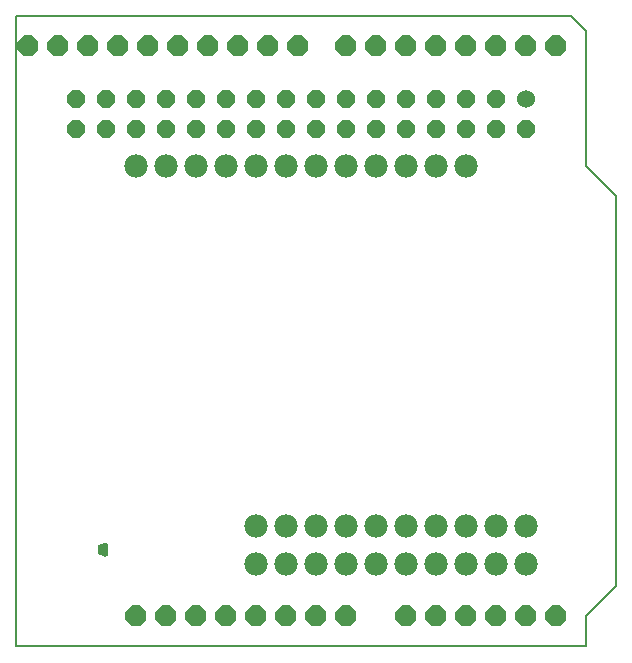
<source format=gbs>
G75*
G70*
%OFA0B0*%
%FSLAX24Y24*%
%IPPOS*%
%LPD*%
%AMOC8*
5,1,8,0,0,1.08239X$1,22.5*
%
%ADD10C,0.0060*%
%ADD11OC8,0.0700*%
%ADD12C,0.0600*%
%ADD13OC8,0.0600*%
%ADD14C,0.0780*%
%ADD15C,0.0000*%
%ADD16C,0.0001*%
D10*
X007500Y000500D02*
X026500Y000500D01*
X026500Y001500D01*
X027500Y002500D01*
X027500Y015500D01*
X026500Y016500D01*
X026500Y021000D01*
X026000Y021500D01*
X007500Y021500D01*
X007500Y000500D01*
D11*
X011500Y001500D03*
X012500Y001500D03*
X013500Y001500D03*
X014500Y001500D03*
X015500Y001500D03*
X016500Y001500D03*
X017500Y001500D03*
X018500Y001500D03*
X020500Y001500D03*
X021500Y001500D03*
X022500Y001500D03*
X023500Y001500D03*
X024500Y001500D03*
X025500Y001500D03*
X025500Y020500D03*
X024500Y020500D03*
X023500Y020500D03*
X022500Y020500D03*
X021500Y020500D03*
X020500Y020500D03*
X019500Y020500D03*
X018500Y020500D03*
X016900Y020500D03*
X015900Y020500D03*
X014900Y020500D03*
X013900Y020500D03*
X012900Y020500D03*
X011900Y020500D03*
X010900Y020500D03*
X009900Y020500D03*
X008900Y020500D03*
X007900Y020500D03*
D12*
X024500Y018750D03*
D13*
X023500Y018750D03*
X022500Y018750D03*
X021500Y018750D03*
X020500Y018750D03*
X019500Y018750D03*
X018500Y018750D03*
X017500Y018750D03*
X016500Y018750D03*
X015500Y018750D03*
X014500Y018750D03*
X013500Y018750D03*
X012500Y018750D03*
X011500Y018750D03*
X010500Y018750D03*
X009500Y018750D03*
X009500Y017750D03*
X010500Y017750D03*
X011500Y017750D03*
X012500Y017750D03*
X013500Y017750D03*
X014500Y017750D03*
X015500Y017750D03*
X016500Y017750D03*
X017500Y017750D03*
X018500Y017750D03*
X019500Y017750D03*
X020500Y017750D03*
X021500Y017750D03*
X022500Y017750D03*
X023500Y017750D03*
X024500Y017750D03*
D14*
X022500Y016500D03*
X021500Y016500D03*
X020500Y016500D03*
X019500Y016500D03*
X018500Y016500D03*
X017500Y016500D03*
X016500Y016500D03*
X015500Y016500D03*
X014500Y016500D03*
X013500Y016500D03*
X012500Y016500D03*
X011500Y016500D03*
X015500Y004500D03*
X016500Y004500D03*
X017500Y004500D03*
X018500Y004500D03*
X019500Y004500D03*
X020500Y004500D03*
X021500Y004500D03*
X022500Y004500D03*
X023500Y004500D03*
X024500Y004500D03*
X024500Y003250D03*
X023500Y003250D03*
X022500Y003250D03*
X021500Y003250D03*
X020500Y003250D03*
X019500Y003250D03*
X018500Y003250D03*
X017500Y003250D03*
X016500Y003250D03*
X015500Y003250D03*
D15*
X010523Y003555D02*
X010499Y003547D01*
X010471Y003535D01*
X010448Y003524D01*
X010420Y003535D01*
X010393Y003543D01*
X010365Y003555D01*
X010338Y003563D01*
X010306Y003575D01*
X010279Y003587D01*
X010251Y003594D01*
X010251Y003846D01*
X010251Y003878D01*
X010279Y003886D01*
X010306Y003898D01*
X010338Y003906D01*
X010365Y003917D01*
X010393Y003929D01*
X010420Y003937D01*
X010448Y003949D01*
X010471Y003937D01*
X010499Y003925D01*
X010523Y003913D01*
X010523Y003555D01*
D16*
X010522Y003555D02*
X010365Y003555D01*
X010368Y003554D02*
X010519Y003554D01*
X010516Y003553D02*
X010370Y003553D01*
X010372Y003552D02*
X010513Y003552D01*
X010510Y003551D02*
X010375Y003551D01*
X010377Y003550D02*
X010507Y003550D01*
X010504Y003549D02*
X010379Y003549D01*
X010382Y003548D02*
X010501Y003548D01*
X010498Y003547D02*
X010384Y003547D01*
X010386Y003546D02*
X010496Y003546D01*
X010494Y003545D02*
X010389Y003545D01*
X010391Y003544D02*
X010491Y003544D01*
X010489Y003543D02*
X010394Y003543D01*
X010397Y003542D02*
X010487Y003542D01*
X010484Y003541D02*
X010401Y003541D01*
X010404Y003540D02*
X010482Y003540D01*
X010480Y003539D02*
X010408Y003539D01*
X010411Y003538D02*
X010477Y003538D01*
X010475Y003537D02*
X010415Y003537D01*
X010418Y003536D02*
X010473Y003536D01*
X010471Y003535D02*
X010421Y003535D01*
X010424Y003534D02*
X010469Y003534D01*
X010467Y003533D02*
X010426Y003533D01*
X010428Y003532D02*
X010465Y003532D01*
X010463Y003531D02*
X010431Y003531D01*
X010433Y003530D02*
X010461Y003530D01*
X010459Y003529D02*
X010435Y003529D01*
X010438Y003528D02*
X010457Y003528D01*
X010455Y003527D02*
X010440Y003527D01*
X010442Y003526D02*
X010453Y003526D01*
X010451Y003525D02*
X010445Y003525D01*
X010447Y003524D02*
X010449Y003524D01*
X010523Y003556D02*
X010362Y003556D01*
X010359Y003557D02*
X010523Y003557D01*
X010523Y003558D02*
X010355Y003558D01*
X010352Y003559D02*
X010523Y003559D01*
X010523Y003560D02*
X010348Y003560D01*
X010345Y003561D02*
X010523Y003561D01*
X010523Y003562D02*
X010341Y003562D01*
X010338Y003563D02*
X010523Y003563D01*
X010523Y003564D02*
X010335Y003564D01*
X010332Y003565D02*
X010523Y003565D01*
X010523Y003566D02*
X010330Y003566D01*
X010327Y003567D02*
X010523Y003567D01*
X010523Y003568D02*
X010324Y003568D01*
X010322Y003569D02*
X010523Y003569D01*
X010523Y003570D02*
X010319Y003570D01*
X010316Y003571D02*
X010523Y003571D01*
X010523Y003572D02*
X010314Y003572D01*
X010311Y003573D02*
X010523Y003573D01*
X010523Y003574D02*
X010308Y003574D01*
X010306Y003575D02*
X010523Y003575D01*
X010523Y003576D02*
X010303Y003576D01*
X010301Y003577D02*
X010523Y003577D01*
X010523Y003578D02*
X010299Y003578D01*
X010296Y003579D02*
X010523Y003579D01*
X010523Y003580D02*
X010294Y003580D01*
X010292Y003581D02*
X010523Y003581D01*
X010523Y003582D02*
X010289Y003582D01*
X010287Y003583D02*
X010523Y003583D01*
X010523Y003584D02*
X010285Y003584D01*
X010282Y003585D02*
X010523Y003585D01*
X010523Y003586D02*
X010280Y003586D01*
X010277Y003587D02*
X010523Y003587D01*
X010523Y003588D02*
X010274Y003588D01*
X010270Y003589D02*
X010523Y003589D01*
X010523Y003590D02*
X010267Y003590D01*
X010263Y003591D02*
X010523Y003591D01*
X010523Y003592D02*
X010260Y003592D01*
X010256Y003593D02*
X010523Y003593D01*
X010523Y003594D02*
X010253Y003594D01*
X010251Y003595D02*
X010523Y003595D01*
X010523Y003596D02*
X010251Y003596D01*
X010251Y003597D02*
X010523Y003597D01*
X010523Y003598D02*
X010251Y003598D01*
X010251Y003599D02*
X010523Y003599D01*
X010523Y003600D02*
X010251Y003600D01*
X010251Y003601D02*
X010523Y003601D01*
X010523Y003602D02*
X010251Y003602D01*
X010251Y003603D02*
X010523Y003603D01*
X010523Y003604D02*
X010251Y003604D01*
X010251Y003605D02*
X010523Y003605D01*
X010523Y003606D02*
X010251Y003606D01*
X010251Y003607D02*
X010523Y003607D01*
X010523Y003608D02*
X010251Y003608D01*
X010251Y003609D02*
X010523Y003609D01*
X010523Y003610D02*
X010251Y003610D01*
X010251Y003611D02*
X010523Y003611D01*
X010523Y003612D02*
X010251Y003612D01*
X010251Y003613D02*
X010523Y003613D01*
X010523Y003614D02*
X010251Y003614D01*
X010251Y003615D02*
X010523Y003615D01*
X010523Y003616D02*
X010251Y003616D01*
X010251Y003617D02*
X010523Y003617D01*
X010523Y003618D02*
X010251Y003618D01*
X010251Y003619D02*
X010523Y003619D01*
X010523Y003620D02*
X010251Y003620D01*
X010251Y003621D02*
X010523Y003621D01*
X010523Y003622D02*
X010251Y003622D01*
X010251Y003623D02*
X010523Y003623D01*
X010523Y003624D02*
X010251Y003624D01*
X010251Y003625D02*
X010523Y003625D01*
X010523Y003626D02*
X010251Y003626D01*
X010251Y003627D02*
X010523Y003627D01*
X010523Y003628D02*
X010251Y003628D01*
X010251Y003629D02*
X010523Y003629D01*
X010523Y003630D02*
X010251Y003630D01*
X010251Y003631D02*
X010523Y003631D01*
X010523Y003632D02*
X010251Y003632D01*
X010251Y003633D02*
X010523Y003633D01*
X010523Y003634D02*
X010251Y003634D01*
X010251Y003635D02*
X010523Y003635D01*
X010523Y003636D02*
X010251Y003636D01*
X010251Y003637D02*
X010523Y003637D01*
X010523Y003638D02*
X010251Y003638D01*
X010251Y003639D02*
X010523Y003639D01*
X010523Y003640D02*
X010251Y003640D01*
X010251Y003641D02*
X010523Y003641D01*
X010523Y003642D02*
X010251Y003642D01*
X010251Y003643D02*
X010523Y003643D01*
X010523Y003644D02*
X010251Y003644D01*
X010251Y003645D02*
X010523Y003645D01*
X010523Y003646D02*
X010251Y003646D01*
X010251Y003647D02*
X010523Y003647D01*
X010523Y003648D02*
X010251Y003648D01*
X010251Y003649D02*
X010523Y003649D01*
X010523Y003650D02*
X010251Y003650D01*
X010251Y003651D02*
X010523Y003651D01*
X010523Y003652D02*
X010251Y003652D01*
X010251Y003653D02*
X010523Y003653D01*
X010523Y003654D02*
X010251Y003654D01*
X010251Y003655D02*
X010523Y003655D01*
X010523Y003656D02*
X010251Y003656D01*
X010251Y003657D02*
X010523Y003657D01*
X010523Y003658D02*
X010251Y003658D01*
X010251Y003659D02*
X010523Y003659D01*
X010523Y003660D02*
X010251Y003660D01*
X010251Y003661D02*
X010523Y003661D01*
X010523Y003662D02*
X010251Y003662D01*
X010251Y003663D02*
X010523Y003663D01*
X010523Y003664D02*
X010251Y003664D01*
X010251Y003665D02*
X010523Y003665D01*
X010523Y003666D02*
X010251Y003666D01*
X010251Y003667D02*
X010523Y003667D01*
X010523Y003668D02*
X010251Y003668D01*
X010251Y003669D02*
X010523Y003669D01*
X010523Y003670D02*
X010251Y003670D01*
X010251Y003671D02*
X010523Y003671D01*
X010523Y003672D02*
X010251Y003672D01*
X010251Y003673D02*
X010523Y003673D01*
X010523Y003674D02*
X010251Y003674D01*
X010251Y003675D02*
X010523Y003675D01*
X010523Y003676D02*
X010251Y003676D01*
X010251Y003677D02*
X010523Y003677D01*
X010523Y003678D02*
X010251Y003678D01*
X010251Y003679D02*
X010523Y003679D01*
X010523Y003680D02*
X010251Y003680D01*
X010251Y003681D02*
X010523Y003681D01*
X010523Y003682D02*
X010251Y003682D01*
X010251Y003683D02*
X010523Y003683D01*
X010523Y003684D02*
X010251Y003684D01*
X010251Y003685D02*
X010523Y003685D01*
X010523Y003686D02*
X010251Y003686D01*
X010251Y003687D02*
X010523Y003687D01*
X010523Y003688D02*
X010251Y003688D01*
X010251Y003689D02*
X010523Y003689D01*
X010523Y003690D02*
X010251Y003690D01*
X010251Y003691D02*
X010523Y003691D01*
X010523Y003692D02*
X010251Y003692D01*
X010251Y003693D02*
X010523Y003693D01*
X010523Y003694D02*
X010251Y003694D01*
X010251Y003695D02*
X010523Y003695D01*
X010523Y003696D02*
X010251Y003696D01*
X010251Y003697D02*
X010523Y003697D01*
X010523Y003698D02*
X010251Y003698D01*
X010251Y003699D02*
X010523Y003699D01*
X010523Y003700D02*
X010251Y003700D01*
X010251Y003701D02*
X010523Y003701D01*
X010523Y003702D02*
X010251Y003702D01*
X010251Y003703D02*
X010523Y003703D01*
X010523Y003704D02*
X010251Y003704D01*
X010251Y003705D02*
X010523Y003705D01*
X010523Y003706D02*
X010251Y003706D01*
X010251Y003707D02*
X010523Y003707D01*
X010523Y003708D02*
X010251Y003708D01*
X010251Y003709D02*
X010523Y003709D01*
X010523Y003710D02*
X010251Y003710D01*
X010251Y003711D02*
X010523Y003711D01*
X010523Y003712D02*
X010251Y003712D01*
X010251Y003713D02*
X010523Y003713D01*
X010523Y003714D02*
X010251Y003714D01*
X010251Y003715D02*
X010523Y003715D01*
X010523Y003716D02*
X010251Y003716D01*
X010251Y003717D02*
X010523Y003717D01*
X010523Y003718D02*
X010251Y003718D01*
X010251Y003719D02*
X010523Y003719D01*
X010523Y003720D02*
X010251Y003720D01*
X010251Y003721D02*
X010523Y003721D01*
X010523Y003722D02*
X010251Y003722D01*
X010251Y003723D02*
X010523Y003723D01*
X010523Y003724D02*
X010251Y003724D01*
X010251Y003725D02*
X010523Y003725D01*
X010523Y003726D02*
X010251Y003726D01*
X010251Y003727D02*
X010523Y003727D01*
X010523Y003728D02*
X010251Y003728D01*
X010251Y003729D02*
X010523Y003729D01*
X010523Y003730D02*
X010251Y003730D01*
X010251Y003731D02*
X010523Y003731D01*
X010523Y003732D02*
X010251Y003732D01*
X010251Y003733D02*
X010523Y003733D01*
X010523Y003734D02*
X010251Y003734D01*
X010251Y003735D02*
X010523Y003735D01*
X010523Y003736D02*
X010251Y003736D01*
X010251Y003737D02*
X010523Y003737D01*
X010523Y003738D02*
X010251Y003738D01*
X010251Y003739D02*
X010523Y003739D01*
X010523Y003740D02*
X010251Y003740D01*
X010251Y003741D02*
X010523Y003741D01*
X010523Y003742D02*
X010251Y003742D01*
X010251Y003743D02*
X010523Y003743D01*
X010523Y003744D02*
X010251Y003744D01*
X010251Y003745D02*
X010523Y003745D01*
X010523Y003746D02*
X010251Y003746D01*
X010251Y003747D02*
X010523Y003747D01*
X010523Y003748D02*
X010251Y003748D01*
X010251Y003749D02*
X010523Y003749D01*
X010523Y003750D02*
X010251Y003750D01*
X010251Y003751D02*
X010523Y003751D01*
X010523Y003752D02*
X010251Y003752D01*
X010251Y003753D02*
X010523Y003753D01*
X010523Y003754D02*
X010251Y003754D01*
X010251Y003755D02*
X010523Y003755D01*
X010523Y003756D02*
X010251Y003756D01*
X010251Y003757D02*
X010523Y003757D01*
X010523Y003758D02*
X010251Y003758D01*
X010251Y003759D02*
X010523Y003759D01*
X010523Y003760D02*
X010251Y003760D01*
X010251Y003761D02*
X010523Y003761D01*
X010523Y003762D02*
X010251Y003762D01*
X010251Y003763D02*
X010523Y003763D01*
X010523Y003764D02*
X010251Y003764D01*
X010251Y003765D02*
X010523Y003765D01*
X010523Y003766D02*
X010251Y003766D01*
X010251Y003767D02*
X010523Y003767D01*
X010523Y003768D02*
X010251Y003768D01*
X010251Y003769D02*
X010523Y003769D01*
X010523Y003770D02*
X010251Y003770D01*
X010251Y003771D02*
X010523Y003771D01*
X010523Y003772D02*
X010251Y003772D01*
X010251Y003773D02*
X010523Y003773D01*
X010523Y003774D02*
X010251Y003774D01*
X010251Y003775D02*
X010523Y003775D01*
X010523Y003776D02*
X010251Y003776D01*
X010251Y003777D02*
X010523Y003777D01*
X010523Y003778D02*
X010251Y003778D01*
X010251Y003779D02*
X010523Y003779D01*
X010523Y003780D02*
X010251Y003780D01*
X010251Y003781D02*
X010523Y003781D01*
X010523Y003782D02*
X010251Y003782D01*
X010251Y003783D02*
X010523Y003783D01*
X010523Y003784D02*
X010251Y003784D01*
X010251Y003785D02*
X010523Y003785D01*
X010523Y003786D02*
X010251Y003786D01*
X010251Y003787D02*
X010523Y003787D01*
X010523Y003788D02*
X010251Y003788D01*
X010251Y003789D02*
X010523Y003789D01*
X010523Y003790D02*
X010251Y003790D01*
X010251Y003791D02*
X010523Y003791D01*
X010523Y003792D02*
X010251Y003792D01*
X010251Y003793D02*
X010523Y003793D01*
X010523Y003794D02*
X010251Y003794D01*
X010251Y003795D02*
X010523Y003795D01*
X010523Y003796D02*
X010251Y003796D01*
X010251Y003797D02*
X010523Y003797D01*
X010523Y003798D02*
X010251Y003798D01*
X010251Y003799D02*
X010523Y003799D01*
X010523Y003800D02*
X010251Y003800D01*
X010251Y003801D02*
X010523Y003801D01*
X010523Y003802D02*
X010251Y003802D01*
X010251Y003803D02*
X010523Y003803D01*
X010523Y003804D02*
X010251Y003804D01*
X010251Y003805D02*
X010523Y003805D01*
X010523Y003806D02*
X010251Y003806D01*
X010251Y003807D02*
X010523Y003807D01*
X010523Y003808D02*
X010251Y003808D01*
X010251Y003809D02*
X010523Y003809D01*
X010523Y003810D02*
X010251Y003810D01*
X010251Y003811D02*
X010523Y003811D01*
X010523Y003812D02*
X010251Y003812D01*
X010251Y003813D02*
X010523Y003813D01*
X010523Y003814D02*
X010251Y003814D01*
X010251Y003815D02*
X010523Y003815D01*
X010523Y003816D02*
X010251Y003816D01*
X010251Y003817D02*
X010523Y003817D01*
X010523Y003818D02*
X010251Y003818D01*
X010251Y003819D02*
X010523Y003819D01*
X010523Y003820D02*
X010251Y003820D01*
X010251Y003821D02*
X010523Y003821D01*
X010523Y003822D02*
X010251Y003822D01*
X010251Y003823D02*
X010523Y003823D01*
X010523Y003824D02*
X010251Y003824D01*
X010251Y003825D02*
X010523Y003825D01*
X010523Y003826D02*
X010251Y003826D01*
X010251Y003827D02*
X010523Y003827D01*
X010523Y003828D02*
X010251Y003828D01*
X010251Y003829D02*
X010523Y003829D01*
X010523Y003830D02*
X010251Y003830D01*
X010251Y003831D02*
X010523Y003831D01*
X010523Y003832D02*
X010251Y003832D01*
X010251Y003833D02*
X010523Y003833D01*
X010523Y003834D02*
X010251Y003834D01*
X010251Y003835D02*
X010523Y003835D01*
X010523Y003836D02*
X010251Y003836D01*
X010251Y003837D02*
X010523Y003837D01*
X010523Y003838D02*
X010251Y003838D01*
X010251Y003839D02*
X010523Y003839D01*
X010523Y003840D02*
X010251Y003840D01*
X010251Y003841D02*
X010523Y003841D01*
X010523Y003842D02*
X010251Y003842D01*
X010251Y003843D02*
X010523Y003843D01*
X010523Y003844D02*
X010251Y003844D01*
X010251Y003845D02*
X010523Y003845D01*
X010523Y003846D02*
X010251Y003846D01*
X010251Y003847D02*
X010523Y003847D01*
X010523Y003848D02*
X010251Y003848D01*
X010251Y003849D02*
X010523Y003849D01*
X010523Y003850D02*
X010251Y003850D01*
X010251Y003851D02*
X010523Y003851D01*
X010523Y003852D02*
X010251Y003852D01*
X010251Y003853D02*
X010523Y003853D01*
X010523Y003854D02*
X010251Y003854D01*
X010251Y003855D02*
X010523Y003855D01*
X010523Y003856D02*
X010251Y003856D01*
X010251Y003857D02*
X010523Y003857D01*
X010523Y003858D02*
X010251Y003858D01*
X010251Y003859D02*
X010523Y003859D01*
X010523Y003860D02*
X010251Y003860D01*
X010251Y003861D02*
X010523Y003861D01*
X010523Y003862D02*
X010251Y003862D01*
X010251Y003863D02*
X010523Y003863D01*
X010523Y003864D02*
X010251Y003864D01*
X010251Y003865D02*
X010523Y003865D01*
X010523Y003866D02*
X010251Y003866D01*
X010251Y003867D02*
X010523Y003867D01*
X010523Y003868D02*
X010251Y003868D01*
X010251Y003869D02*
X010523Y003869D01*
X010523Y003870D02*
X010251Y003870D01*
X010251Y003871D02*
X010523Y003871D01*
X010523Y003872D02*
X010251Y003872D01*
X010251Y003873D02*
X010523Y003873D01*
X010523Y003874D02*
X010251Y003874D01*
X010251Y003875D02*
X010523Y003875D01*
X010523Y003876D02*
X010251Y003876D01*
X010251Y003877D02*
X010523Y003877D01*
X010523Y003878D02*
X010251Y003878D01*
X010253Y003879D02*
X010523Y003879D01*
X010523Y003880D02*
X010257Y003880D01*
X010260Y003881D02*
X010523Y003881D01*
X010523Y003882D02*
X010264Y003882D01*
X010267Y003883D02*
X010523Y003883D01*
X010523Y003884D02*
X010271Y003884D01*
X010274Y003885D02*
X010523Y003885D01*
X010523Y003886D02*
X010278Y003886D01*
X010280Y003887D02*
X010523Y003887D01*
X010523Y003888D02*
X010283Y003888D01*
X010285Y003889D02*
X010523Y003889D01*
X010523Y003890D02*
X010287Y003890D01*
X010290Y003891D02*
X010523Y003891D01*
X010523Y003892D02*
X010292Y003892D01*
X010294Y003893D02*
X010523Y003893D01*
X010523Y003894D02*
X010297Y003894D01*
X010299Y003895D02*
X010523Y003895D01*
X010523Y003896D02*
X010301Y003896D01*
X010304Y003897D02*
X010523Y003897D01*
X010523Y003898D02*
X010306Y003898D01*
X010310Y003899D02*
X010523Y003899D01*
X010523Y003900D02*
X010314Y003900D01*
X010318Y003901D02*
X010523Y003901D01*
X010523Y003902D02*
X010322Y003902D01*
X010326Y003903D02*
X010523Y003903D01*
X010523Y003904D02*
X010330Y003904D01*
X010334Y003905D02*
X010523Y003905D01*
X010523Y003906D02*
X010338Y003906D01*
X010340Y003907D02*
X010523Y003907D01*
X010523Y003908D02*
X010343Y003908D01*
X010345Y003909D02*
X010523Y003909D01*
X010523Y003910D02*
X010347Y003910D01*
X010350Y003911D02*
X010523Y003911D01*
X010523Y003912D02*
X010352Y003912D01*
X010354Y003913D02*
X010523Y003913D01*
X010522Y003914D02*
X010357Y003914D01*
X010359Y003915D02*
X010520Y003915D01*
X010518Y003916D02*
X010361Y003916D01*
X010364Y003917D02*
X010516Y003917D01*
X010514Y003918D02*
X010366Y003918D01*
X010368Y003919D02*
X010512Y003919D01*
X010510Y003920D02*
X010371Y003920D01*
X010373Y003921D02*
X010508Y003921D01*
X010506Y003922D02*
X010375Y003922D01*
X010378Y003923D02*
X010504Y003923D01*
X010502Y003924D02*
X010380Y003924D01*
X010382Y003925D02*
X010500Y003925D01*
X010498Y003926D02*
X010385Y003926D01*
X010387Y003927D02*
X010496Y003927D01*
X010493Y003928D02*
X010389Y003928D01*
X010392Y003929D02*
X010491Y003929D01*
X010489Y003930D02*
X010394Y003930D01*
X010398Y003931D02*
X010486Y003931D01*
X010484Y003932D02*
X010401Y003932D01*
X010405Y003933D02*
X010482Y003933D01*
X010479Y003934D02*
X010408Y003934D01*
X010412Y003935D02*
X010477Y003935D01*
X010475Y003936D02*
X010415Y003936D01*
X010419Y003937D02*
X010472Y003937D01*
X010470Y003938D02*
X010422Y003938D01*
X010424Y003939D02*
X010468Y003939D01*
X010466Y003940D02*
X010426Y003940D01*
X010429Y003941D02*
X010464Y003941D01*
X010462Y003942D02*
X010431Y003942D01*
X010433Y003943D02*
X010460Y003943D01*
X010458Y003944D02*
X010436Y003944D01*
X010438Y003945D02*
X010456Y003945D01*
X010454Y003946D02*
X010440Y003946D01*
X010443Y003947D02*
X010452Y003947D01*
X010450Y003948D02*
X010445Y003948D01*
X010447Y003949D02*
X010448Y003949D01*
M02*

</source>
